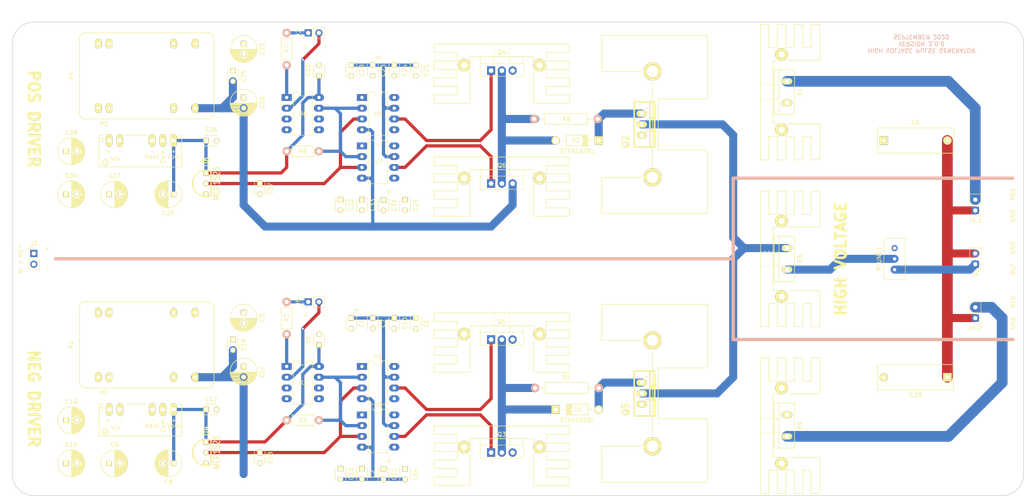
<source format=kicad_pcb>
(kicad_pcb (version 20211014) (generator pcbnew)
  (title_block (title "Pulse Generator, 500 V") (date "2020-09-04") (rev "2.0.0") (company "University of Wisconsin-Madison") (comment 1 "Blaise Thompson") (comment 2 "Garand Group") (comment 4 "Adapted from Nathan M. Hoffman"))
  (layers (0 "F.Cu" signal) (31 "B.Cu" signal) (34 "B.Paste" user) (35 "F.Paste" user) (36 "B.SilkS" user "B.Silkscreen") (37 "F.SilkS" user "F.Silkscreen") (38 "B.Mask" user) (39 "F.Mask" user) (44 "Edge.Cuts" user))
  (net 0 "")
  (net 1 "GND")
  (net 2 "Net-(D2-Pad1)")
  (net 3 "Net-(J4-Pad1)")
  (net 4 "Net-(Q2-Pad2)")
  (net 5 "Net-(R6-Pad1)")
  (net 6 "Net-(R7-Pad1)")
  (net 7 "Net-(R5-Pad1)")
  (net 8 "/sheet5F874D32/COM")
  (net 9 "/Sheet5F8C1FCD/COM")
  (net 10 "+VDC")
  (net 11 "-VDC")
  (net 12 "/sheet5F874D32/TTL-")
  (net 13 "/Sheet5F8C1FCD/TTL-")
  (net 14 "/Sheet5F8C1FCD/-15V")
  (net 15 "/Sheet5F8C1FCD/+15V")
  (net 16 "/Sheet5F8C1FCD/+2P5V")
  (net 17 "Net-(R2-Pad1)")
  (net 18 "/sheet5F874D32/-15V")
  (net 19 "/sheet5F874D32/+15V")
  (net 20 "/sheet5F874D32/+2P5V")
  (net 21 "/sheet5F874D32/TTL+")
  (net 22 "+24V")
  (net 23 "GNDPWR")
  (net 24 "/Sheet5F8C1FCD/TTL+")
  (net 25 "/sheet5F874D32/GATE")
  (net 26 "/Sheet5F8C1FCD/GATE")
  (net 27 "/Sheet5F8C1FCD/+5V")
  (net 28 "Net-(R3-Pad1)")
  (net 29 "/sheet5F874D32/+5V")
  (net 30 "Net-(Q1-Pad1)")
  (net 31 "Net-(Q3-Pad1)")
  (net 32 "Net-(Q4-Pad1)")
  (net 33 "Net-(Q6-Pad1)")
  (net 34 "Net-(D1-Pad2)")
  (footprint "hvhf:ECW-FA2J(10-68)4J" (layer "F.Cu") (at 226.06 48.26)
    (fp_text reference "C6")
    (fp_text value "0.22uF")
  )
  (footprint "hvhf:ECW-FA2J(10-68)4J" (layer "F.Cu") (at 241.06 104.14 180)
    (fp_text reference "C29")
    (fp_text value "0.22uF")
  )
  (footprint "Connector_PinHeader_2.54mm:PinHeader_1x02_P2.54mm_Vertical" (layer "F.Cu") (at 25.4 74.93)
    (fp_text reference "J3")
    (fp_text value "Pin1=24V Pin2=GND")
  )
  (footprint "Connector_PinHeader_2.54mm:PinHeader_1x02_P2.54mm_Vertical" (layer "F.Cu") (at 247.65 77.47 180)
    (fp_text reference "J4")
    (fp_text value "CONN_01X02")
  )
  (footprint "hvhf:Resistor_TO-220_Vertical" (layer "F.Cu") (at 203.2 36.83 90)
    (fp_text reference "R1")
    (fp_text value "50")
  )
  (footprint "hvhf:Resistor_TO-220_Vertical" (layer "F.Cu") (at 203.2 76.2 90)
    (fp_text reference "R5")
    (fp_text value "100")
  )
  (footprint "hvhf:Resistor_TO-220_Vertical" (layer "F.Cu") (at 203.2 115.57 90)
    (fp_text reference "R9")
    (fp_text value "50")
  )
  (footprint "User_Defined:Heatsink_Assmann_V5229x_32x14mm" (layer "F.Cu") (at 201.93 36.83 90)
    (fp_text reference "REF**" hide)
    (fp_text value "Heatsink_Assmann_V5229x_32x14mm")
  )
  (footprint "User_Defined:Heatsink_Assmann_V5229x_32x14mm" (layer "F.Cu") (at 201.93 115.57 90)
    (fp_text reference "REF**" hide)
    (fp_text value "Heatsink_Assmann_V5229x_32x14mm" hide)
  )
  (footprint "User_Defined:Heatsink_Assmann_V5229x_32x14mm" (layer "F.Cu") (at 135.89 93.98)
    (fp_text reference "REF**" hide)
    (fp_text value "Heatsink_Assmann_V5229x_32x14mm")
  )
  (footprint "User_Defined:Heatsink_Ohmite_R_Series-42x25mm" (layer "F.Cu") (at 171.45 107.95 -90)
    (fp_text reference "REF**" hide)
    (fp_text value "Heatsink_Ohmite_R_Series-42x25mm")
  )
  (footprint "MountingHole:MountingHole_3.2mm_M3" (layer "F.Cu") (at 254 127)
    (fp_text reference "REF**" hide)
    (fp_text value "MountingHole_3.2mm_M3" hide)
  )
  (footprint "Package_DIP:DIP-8_W7.62mm_LongPads" (layer "F.Cu") (at 102.87 101.6)
    (fp_text reference "U1")
    (fp_text value "LM7171")
  )
  (footprint "Package_DIP:DIP-8_W7.62mm_LongPads" (layer "F.Cu") (at 85.09 101.6)
    (fp_text reference "U2")
    (fp_text value "ICPL2631")
  )
  (footprint "Potentiometer_THT:Potentiometer_Bourns_3296W_Vertical" (layer "F.Cu") (at 228.6 73.66 90)
    (fp_text reference "RTUNE1")
    (fp_text value "200")
  )
  (footprint "hvhf:C_Tantalum_D3_P2.5" (layer "F.Cu") (at 100.33 90.17 -90)
    (fp_text reference "C4")
    (fp_text value "2.2uF" hide)
  )
  (footprint "hvhf:C_Tantalum_D3_P2.5" (layer "F.Cu") (at 107.95 125.77 -90)
    (fp_text reference "C12")
    (fp_text value "2.2uF" hide)
  )
  (footprint "hvhf:C_Disc_D3_P2.5" (layer "F.Cu") (at 66.04 111.76)
    (fp_text reference "C17")
    (fp_text value "0.1uF")
  )
  (footprint "hvhf:C_Disc_D3_P2.5" (layer "F.Cu") (at 113.03 125.77 -90)
    (fp_text reference "C14")
    (fp_text value "0.01uF")
  )
  (footprint "hvhf:C_Disc_D3_P2.5" (layer "F.Cu") (at 72.39 95.25 -90)
    (fp_text reference "C16")
    (fp_text value "0.01uF")
  )
  (footprint "hvhf:C_Disc_D3_P2.5" (layer "F.Cu") (at 92.71 96.52 90)
    (fp_text reference "C1")
    (fp_text value "0.1uF")
  )
  (footprint "hvhf:C_Disc_D3_P2.5" (layer "F.Cu") (at 97.79 125.73 -90)
    (fp_text reference "C13")
    (fp_text value "1uF")
  )
  (footprint "hvhf:C_Disc_D3_P2.5" (layer "F.Cu") (at 102.87 125.73 -90)
    (fp_text reference "C2")
    (fp_text value "0.01uF")
  )
  (footprint "hvhf:C_Disc_D3_P2.5" (layer "F.Cu") (at 115.57 90.21 -90)
    (fp_text reference "C5")
    (fp_text value "1uF")
  )
  (footprint "MountingHole:MountingHole_3.2mm_M3" (layer "F.Cu") (at 254 25.4)
    (fp_text reference "REF**" hide)
    (fp_text value "MountingHole_3.2mm_M3" hide)
  )
  (footprint "MountingHole:MountingHole_3.2mm_M3" (layer "F.Cu") (at 25.4 127)
    (fp_text reference "REF**" hide)
    (fp_text value "MountingHole_3.2mm_M3" hide)
  )
  (footprint "hvhf:C_Radial_D6.3_L11.2_P2.5" (layer "F.Cu") (at 74.93 88.9 -90)
    (fp_text reference "C3")
    (fp_text value "100uF")
  )
  (footprint "hvhf:C_Radial_D6.3_L11.2_P2.5" (layer "F.Cu") (at 58.42 124.46 180)
    (fp_text reference "C8")
    (fp_text value "100uF")
  )
  (footprint "hvhf:C_Radial_D6.3_L11.2_P2.5" (layer "F.Cu") (at 43.18 124.46)
    (fp_text reference "C9")
    (fp_text value "100uF")
  )
  (footprint "hvhf:C_Radial_D6.3_L11.2_P2.5" (layer "F.Cu") (at 74.93 101.6 -90)
    (fp_text reference "C11")
    (fp_text value "100uF")
  )
  (footprint "hvhf:C_Radial_D6.3_L11.2_P2.5" (layer "F.Cu") (at 33.02 124.46)
    (fp_text reference "C15")
    (fp_text value "100uF")
  )
  (footprint "hvhf:C_Disc_D3_P2.5" (layer "F.Cu") (at 78.74 121.92 -90)
    (fp_text reference "C18")
    (fp_text value "10uF")
  )
  (footprint "hvhf:C_Radial_D6.3_L11.2_P2.5" (layer "F.Cu") (at 33.02 114.3)
    (fp_text reference "C19")
    (fp_text value "100uF")
  )
  (footprint "hvhf:Resistor_Horizontal_RM7mm" (layer "F.Cu") (at 92.71 114.3 180)
    (fp_text reference "R2")
    (fp_text value "365")
  )
  (footprint "hvhf:Resistor_Horizontal_RM7mm" (layer "F.Cu") (at 85.09 93.98 90)
    (fp_text reference "R3")
    (fp_text value "365")
  )
  (footprint "hvhf:TO92-MCP1525" (layer "F.Cu") (at 66.04 121.92 90)
    (fp_text reference "U4")
    (fp_text value "MCP1525")
  )
  (footprint "hvhf:TO92-MCP1525" (layer "F.Cu") (at 66.04 58.42 90)
    (fp_text reference "U8")
    (fp_text value "MCP1525")
  )
  (footprint "hvhf:FQP4N20L" (layer "F.Cu") (at 168.91 107.95 -90)
    (fp_text reference "Q5")
    (fp_text value "FQP13N50" hide)
  )
  (footprint "hvhf:FQP3P20" (layer "F.Cu") (at 168.91 44.45 -90)
    (fp_text reference "Q2")
    (fp_text value "FQP3P50" hide)
  )
  (footprint "User_Defined:Heatsink_Ohmite_R_Series-42x25mm" (layer "F.Cu") (at 171.45 44.45 -90)
    (fp_text reference "REF**" hide)
    (fp_text value "Heatsink_Ohmite_R_Series-42x25mm")
  )
  (footprint "hvhf:C_Disc_D3_P2.5" (layer "F.Cu") (at 66.04 48.3)
    (fp_text reference "C36")
    (fp_text value "0.1uF")
  )
  (footprint "hvhf:DCDC-Conv_CUI_PEM2_DUAL" (layer "F.Cu") (at 43.18 111.76)
    (fp_text reference "P1")
    (fp_text value "PEM2-S24-S5-S")
  )
  (footprint "Connector_PinHeader_2.54mm:PinHeader_1x02_P2.54mm_Vertical" (layer "F.Cu") (at 90.17 86.36 90)
    (fp_text reference "J5")
    (fp_text value "Pin1=TTL Pin2=GND")
  )
  (footprint "User_Defined:Heatsink_Assmann_V5229x_32x14mm" (layer "F.Cu") (at 201.93 76.2 90)
    (fp_text reference "REF**" hide)
    (fp_text value "Heatsink_Assmann_V5229x_32x14mm")
  )
  (footprint "Package_DIP:DIP-8_W7.62mm_LongPads" (layer "F.Cu") (at 102.87 113.03)
    (fp_text reference "U3")
    (fp_text value "LM7171")
  )
  (footprint "hvhf:JCJ0824D15" (layer "F.Cu") (at 50.8 96.52 90)
    (fp_text reference "P2")
    (fp_text value "JCJ0824D15" hide)
  )
  (footprint "hvhf:C_Disc_D3_P2.5" (layer "F.Cu") (at 105.41 90.17 -90)
    (fp_text reference "C7")
    (fp_text value "0.01uF")
  )
  (footprint "hvhf:C_Disc_D3_P2.5" (layer "F.Cu") (at 110.49 90.17 -90)
    (fp_text reference "C10")
    (fp_text value "0.01uF")
  )
  (footprint "Package_TO_SOT_THT:TO-220-3_Vertical" (layer "F.Cu") (at 133.35 95.25)
    (fp_text reference "Q1")
    (fp_text value "IRF9610PBF")
  )
  (footprint "Package_TO_SOT_THT:TO-220-3_Vertical" (layer "F.Cu") (at 133.35 121.92)
    (fp_text reference "Q3")
    (fp_text value "IRF710PBF")
  )
  (footprint "hvhf:Diode_DO-41_SOD81_Horizontal_RM10" (layer "F.Cu") (at 148.59 111.76254)
    (fp_text reference "D1")
    (fp_text value "STTH102RL")
  )
  (footprint "hvhf:Resistor_Horizontal_RM15mm" (layer "F.Cu") (at 158.75 106.68 180)
    (fp_text reference "R4")
    (fp_text value "5.1")
  )
  (footprint "Connector_PinHeader_2.54mm:PinHeader_1x02_P2.54mm_Vertical" (layer "F.Cu") (at 247.65 90.17 180)
    (fp_text reference "J1.2")
    (fp_text value "Pin1=24V Pin2=GND")
  )
  (footprint "Connector_PinHeader_2.54mm:PinHeader_1x02_P2.54mm_Vertical" (layer "F.Cu") (at 247.65 64.77 180)
    (fp_text reference "J1.1")
    (fp_text value "Pin1=24V Pin2=GND")
  )
  (footprint "hvhf:C_Disc_D3_P2.5" (layer "F.Cu") (at 92.71 32.98 90)
    (fp_text reference "C20")
    (fp_text value "0.1uF")
  )
  (footprint "hvhf:C_Disc_D3_P2.5" (layer "F.Cu") (at 113.03 62.23 -90)
    (fp_text reference "C21")
    (fp_text value "0.01uF")
  )
  (footprint "hvhf:C_Tantalum_D3_P2.5" (layer "F.Cu") (at 105.41 30.48 -90)
    (fp_text reference "C23")
    (fp_text value "2.2uF" hide)
  )
  (footprint "hvhf:C_Disc_D3_P2.5" (layer "F.Cu") (at 110.49 30.48 -90)
    (fp_text reference "C24")
    (fp_text value "1uF")
  )
  (footprint "hvhf:C_Disc_D3_P2.5" (layer "F.Cu") (at 115.57 30.48 -90)
    (fp_text reference "C25")
    (fp_text value "0.01uF")
  )
  (footprint "hvhf:C_Disc_D3_P2.5" (layer "F.Cu") (at 100.33 30.48 -90)
    (fp_text reference "C28")
    (fp_text value "0.01uF")
  )
  (footprint "Connector_PinHeader_2.54mm:PinHeader_1x02_P2.54mm_Vertical" (layer "F.Cu") (at 90.17 22.86 90)
    (fp_text reference "J2")
    (fp_text value "Pin1=TTL Pin2=GND")
  )
  (footprint "hvhf:C_Radial_D6.3_L11.2_P2.5" (layer "F.Cu") (at 33.02 60.96)
    (fp_text reference "C34")
    (fp_text value "100uF")
  )
  (footprint "Package_TO_SOT_THT:TO-220-3_Vertical" (layer "F.Cu") (at 133.35 31.75)
    (fp_text reference "Q4")
    (fp_text value "IRF9610PBF")
  )
  (footprint "hvhf:C_Disc_D3_P2.5" (layer "F.Cu") (at 78.74 58.42 -90)
    (fp_text reference "C37")
    (fp_text value "10uF")
  )
  (footprint "hvhf:C_Radial_D6.3_L11.2_P2.5" (layer "F.Cu") (at 74.93 38.1 -90)
    (fp_text reference "C30")
    (fp_text value "100uF")
  )
  (footprint "hvhf:C_Disc_D3_P2.5" (layer "F.Cu") (at 102.87 62.23 -90)
    (fp_text reference "C33")
    (fp_text value "0.01uF")
  )
  (footprint "hvhf:C_Disc_D3_P2.5" (layer "F.Cu") (at 72.39 31.79 -90)
    (fp_text reference "C35")
    (fp_text value "0.01uF")
  )
  (footprint "hvhf:Resistor_Horizontal_RM7mm" (layer "F.Cu") (at 85.09 30.48 90)
    (fp_text reference "R7")
    (fp_text value "365")
  )
  (footprint "User_Defined:Heatsink_Assmann_V5229x_32x14mm" (layer "F.Cu") (at 135.89 30.48)
    (fp_text reference "REF**" hide)
    (fp_text value "Heatsink_Assmann_V5229x_32x14mm")
  )
  (footprint "User_Defined:Heatsink_Assmann_V5229x_32x14mm" (layer "F.Cu") (at 135.89 57.15)
    (fp_text reference "REF**" hide)
    (fp_text value "Heatsink_Assmann_V5229x_32x14mm")
  )
  (footprint "Package_DIP:DIP-8_W7.62mm_LongPads" (layer "F.Cu") (at 102.87 38.1)
    (fp_text reference "U5")
    (fp_text value "LM7171")
  )
  (footprint "Package_DIP:DIP-8_W7.62mm_LongPads" (layer "F.Cu") (at 102.87 49.53)
    (fp_text reference "U7")
    (fp_text value "LM7171")
  )
  (footprint "Package_TO_SOT_THT:TO-220-3_Vertical" (layer "F.Cu") (at 133.35 58.42)
    (fp_text reference "Q6")
    (fp_text value "IRF710PBF")
  )
  (footprint "hvhf:DCDC-Conv_CUI_PEM2_DUAL" (layer "F.Cu") (at 43.16984 48.26)
    (fp_text reference "P3")
    (fp_text value "PEM2-S24-S5-S")
  )
  (footprint "hvhf:Resistor_Horizontal_RM7mm" (layer "F.Cu") (at 92.71 50.8 180)
    (fp_text reference "R6")
    (fp_text value "365")
  )
  (footprint "hvhf:C_Radial_D6.3_L11.2_P2.5" (layer "F.Cu") (at 33.02 50.8)
    (fp_text reference "C38")
    (fp_text value "100uF")
  )
  (footprint "Package_DIP:DIP-8_W7.62mm_LongPads" (layer "F.Cu") (at 85.09 38.1)
    (fp_text reference "U6")
    (fp_text value "ICPL2631")
  )
  (footprint "hvhf:C_Radial_D6.3_L11.2_P2.5" (layer "F.Cu") (at 58.42 60.96 180)
    (fp_text reference "C26")
    (fp_text value "100uF")
  )
  (footprint "hvhf:JCJ0824D15" (layer "F.Cu") (at 50.8 33.02 90)
    (fp_text reference "P4")
    (fp_text value "JCJ0824D15" hide)
  )
  (footprint "hvhf:C_Tantalum_D3_P2.5" (layer "F.Cu") (at 107.95 62.27 -90)
    (fp_text reference "C31")
    (fp_text value "2.2uF" hide)
  )
  (footprint "hvhf:C_Disc_D3_P2.5" (layer "F.Cu") (at 97.79 62.23 -90)
    (fp_text reference "C32")
    (fp_text value "1uF")
  )
  (footprint "hvhf:C_Radial_D6.3_L11.2_P2.5" (layer "F.Cu") (at 74.93 25.4 -90)
    (fp_text reference "C22")
    (fp_text value "100uF")
  )
  (footprint "hvhf:C_Radial_D6.3_L11.2_P2.5" (layer "F.Cu") (at 43.18 60.96)
    (fp_text reference "C27")
    (fp_text value "100uF")
  )
  (footprint "hvhf:Resistor_Horizontal_RM15mm" (layer "F.Cu") (at 143.51 43.18)
    (fp_text reference "R8")
    (fp_text value "5.1")
  )
  (footprint "hvhf:Diode_DO-41_SOD81_Horizontal_RM10" (layer "F.Cu") (at 158.75 48.26 180)
    (fp_text reference "D2")
    (fp_text value "STTH102RL")
  )
  (footprint "MountingHole:MountingHole_3.2mm_M3" (layer "F.Cu") (at 25.4 25.4)
    (fp_text reference "REF**" hide)
    (fp_text value "MountingHole_3.2mm_M3" hide)
  )
  (footprint "User_Defined:Heatsink_Assmann_V5229x_32x14mm" (layer "F.Cu") (at 135.89 120.65)
    (fp_text reference "REF**" hide)
    (fp_text value "Heatsink_Assmann_V5229x_32x14mm")
  )
  (gr_line (start 190.5 95.25) (end 256.54 95.25) (layer "B.SilkS") (width 0.762))
  (gr_line (start 190.5 57.15) (end 256.54 57.15) (layer "B.SilkS") (width 0.762))
  (gr_line (start 190.5 76.2) (end 190.5 95.25) (layer "B.SilkS") (width 0.762))
  (gr_line (start 190.5 57.15) (end 190.5 76.2) (layer "B.SilkS") (width 0.762))
  (gr_line (start 190.5 76.2) (end 30.48 76.2) (layer "B.SilkS") (width 0.762))
  (gr_line (start 190.5 95.25) (end 190.5 76.2) (layer "F.SilkS") (width 0.762))
  (gr_line (start 190.5 76.2) (end 190.5 57.15) (layer "F.SilkS") (width 0.762))
  (gr_line (start 190.5 76.2) (end 30.48 76.2) (layer "F.SilkS") (width 0.762))
  (gr_line (start 190.5 57.15) (end 256.54 57.15) (layer "F.SilkS") (width 0.762))
  (gr_line (start 190.5 95.25) (end 256.54 95.25) (layer "F.SilkS") (width 0.762))
  (gr_line (start 254 132.08) (end 25.4 132.08) (layer "Edge.Cuts") (width 0.15))
  (gr_arc (start 259.08 127) (mid 257.592102 130.592102) (end 254 132.08) (layer "Edge.Cuts") (width 0.15))
  (gr_arc (start 20.32 25.4) (mid 21.807898 21.807898) (end 25.4 20.32) (layer "Edge.Cuts") (width 0.15))
  (gr_line (start 259.08 25.4) (end 259.08 127) (layer "Edge.Cuts") (width 0.15))
  (gr_arc (start 25.4 132.08) (mid 21.807898 130.592102) (end 20.32 127) (layer "Edge.Cuts") (width 0.15))
  (gr_line (start 20.32 127) (end 20.32 25.4) (layer "Edge.Cuts") (width 0.15))
  (gr_line (start 254 20.32) (end 25.4 20.32) (layer "Edge.Cuts") (width 0.15))
  (gr_arc (start 254 20.32) (mid 257.592102 21.807898) (end 259.08 25.4) (layer "Edge.Cuts") (width 0.15))
  (gr_text "HIGH VOLTAGE PULSE GENERATOR\nVERSION 2.0.0\nSEPTEMBER 2020" (at 234.95 25.4 180) (layer "B.SilkS") (effects (font (size 1 1)) (justify mirror)))
  (gr_text "POS DRIVER" (at 25.4 43.18 270) (layer "F.SilkS") (effects (font (size 2.54 2.54) (thickness 0.635))))
  (gr_text "-" (at 28.575 78.105 90) (layer "F.SilkS") (effects (font (size 1 1)) (justify mirror)))
  (gr_text "+" (at 89.535 89.535) (layer "F.SilkS") (effects (font (size 1 1)) (justify mirror)))
  (gr_text "-" (at 93.98 89.535) (layer "F.SilkS") (effects (font (size 1 1)) (justify mirror)))
  (gr_text "GND" (at 256.54 73.66 90) (layer "F.SilkS") (effects (font (size 1 1))))
  (gr_text "HIGH VOLTAGE" (at 215.9 76.2 90) (layer "F.SilkS") (effects (font (size 2.54 2.54) (thickness 0.635))))
  (gr_text "NEG" (at 256.54 86.36 90) (layer "F.SilkS") (effects (font (size 1 1))))
  (gr_text "POS" (at 256.54 60.96 90) (layer "F.SilkS") (effects (font (size 1 1))))
  (gr_text "+" (at 89.535 26.035) (layer "F.SilkS") (effects (font (size 1 1)) (justify mirror)))
  (gr_text "-" (at 93.98 26.035) (layer "F.SilkS") (effects (font (size 1 1)) (justify mirror)))
  (gr_text "+24 V IN" (at 22.225 76.2 270) (layer "F.SilkS") (effects (font (size 1 1))))
  (gr_text "GND" (at 256.54 91.44 90) (layer "F.SilkS") (effects (font (size 1 1))))
  (gr_text "OUT" (at 256.54 78.74 90) (layer "F.SilkS") (effects (font (size 1 1))))
  (gr_text "GND" (at 256.54 66.04 90) (layer "F.SilkS") (effects (font (size 1 1))))
  (gr_text "NEG DRIVER" (at 25.4 109.22 270) (layer "F.SilkS") (effects (font (size 2.54 2.54) (thickness 0.635))))
  (gr_text "+" (at 28.575 73.66) (layer "F.SilkS") (effects (font (size 1 1)) (justify mirror)))
  (segment (start 241.06 66.28) (end 241.3 66.04) (width 0.762) (layer "F.Cu") (net 1))
  (segment (start 241.06 65.01) (end 241.3 64.77) (width 0.762) (layer "F.Cu") (net 1))
  (segment (start 241.3 64.77) (end 247.65 64.77) (width 1.905) (layer "F.Cu") (net 1))
  (segment (start 241.06 66.28) (end 241.06 73.9) (width 2.54) (layer "F.Cu") (net 1))
  (segment (start 241.06 65.01) (end 241.06 66.28) (width 2.54) (layer "F.Cu") (net 1))
  (segment (start 247.65 74.93) (end 242.09 74.93) (width 1.905) (layer "F.Cu") (net 1))
  (segment (start 241.06 73.9) (end 241.06 90.41) (width 2.54) (layer "F.Cu") (net 1))
  (segment (start 242.09 74.93) (end 241.06 73.9) (width 0.762) (layer "F.Cu") (net 1))
  (segment (start 241.06 90.41) (end 241.06 104.14) (width 2.54) (layer "F.Cu") (net 1))
  (segment (start 241.06 90.41) (end 241.3 90.17) (width 0.762) (layer "F.Cu") (net 1))
  (segment (start 241.3 90.17) (end 247.65 90.17) (width 1.905) (layer "F.Cu") (net 1))
  (segment (start 241.06 48.26) (end 241.06 65.01) (width 2.54) (layer "F.Cu") (net 1))
  (segment (start 160.02 41.91) (end 158.75 43.18) (width 1.905) (layer "B.Cu") (net 2))
  (segment (start 168.91 41.91) (end 160.02 41.91) (width 1.905) (layer "B.Cu") (net 2))
  (segment (start 158.75 43.18) (end 158.75 48.25746) (width 1.905) (layer "B.Cu") (net 2))
  (segment (start 228.6 78.74) (end 246.38 78.74) (width 1.905) (layer "B.Cu") (net 3))
  (segment (start 246.38 78.74) (end 247.65 77.47) (width 1.905) (layer "B.Cu") (net 3))
  (segment (start 190.5 46.99) (end 190.5 71.12) (width 1.905) (layer "B.Cu") (net 4))
  (segment (start 186.69 107.95) (end 168.91 107.95) (width 1.905) (layer "B.Cu") (net 4))
  (segment (start 203.2 73.66) (end 193.04 73.66) (width 1.905) (layer "B.Cu") (net 4))
  (segment (start 190.5 104.14) (end 190.5 76.2) (width 1.905) (layer "B.Cu") (net 4))
  (segment (start 168.91 44.45) (end 187.96 44.45) (width 1.905) (layer "B.Cu") (net 4))
  (segment (start 186.69 107.95) (end 190.5 104.14) (width 1.905) (layer "B.Cu") (net 4))
  (segment (start 193.04 73.66) (end 190.5 76.2) (width 1.905) (layer "B.Cu") (net 4))
  (segment (start 187.96 44.45) (end 190.5 46.99) (width 1.905) (layer "B.Cu") (net 4))
  (segment (start 193.04 73.66) (end 190.5 71.12) (width 1.905) (layer "B.Cu") (net 4))
  (segment (start 99.06 52.07) (end 102.87 52.07) (width 0.762) (layer "B.Cu") (net 5))
  (segment (start 97.79 50.8) (end 99.06 52.07) (width 0.762) (layer "B.Cu") (net 5))
  (segment (start 96.52 40.64) (end 102.87 40.64) (width 0.762) (layer "B.Cu") (net 5))
  (segment (start 92.71 40.64) (end 96.52 40.64) (width 0.762) (layer "B.Cu") (net 5))
  (segment (start 96.52 40.64) (end 97.79 41.91) (width 0.762) (layer "B.Cu") (net 5))
  (segment (start 97.79 50.8) (end 92.71 50.8) (width 0.762) (layer "B.Cu") (net 5))
  (segment (start 97.79 41.91) (end 97.79 50.8) (width 0.762) (layer "B.Cu") (net 5))
  (segment (start 85.09 30.48) (end 85.09 38.1) (width 0.762) (layer "B.Cu") (net 6))
  (segment (start 215.9 76.2) (end 228.6 76.2) (width 1.905) (layer "B.Cu") (net 7))
  (segment (start 213.36 78.74) (end 215.9 76.2) (width 1.905) (layer "B.Cu") (net 7))
  (segment (start 203.2 78.74) (end 213.36 78.74) (width 1.905) (layer "B.Cu") (net 7))
  (segment (start 247.65 40.64) (end 247.65 62.23) (width 2.54) (layer "B.Cu") (net 10))
  (segment (start 203.2 34.29) (end 241.3 34.29) (width 2.54) (layer "B.Cu") (net 10))
  (segment (start 241.3 34.29) (end 247.65 40.64) (width 2.54) (layer "B.Cu") (net 10))
  (segment (start 203.2 118.11) (end 241.3 118.11) (width 2.54) (layer "B.Cu") (net 11))
  (segment (start 254 90.17) (end 251.46 87.63) (width 2.54) (layer "B.Cu") (net 11))
  (segment (start 251.46 87.63) (end 247.65 87.63) (width 2.54) (layer "B.Cu") (net 11))
  (segment (start 241.3 118.11) (end 254 105.41) (width 2.54) (layer "B.Cu") (net 11))
  (segment (start 254 105.41) (end 254 90.17) (width 2.54) (layer "B.Cu") (net 11))
  (segment (start 92.71 25.4) (end 92.71 22.86) (width 0.762) (layer "F.Cu") (net 12))
  (segment (start 88.9 29.21) (end 92.71 25.4) (width 0.762) (layer "F.Cu") (net 12))
  (via (at 88.9 29.21) (size 0.6) (drill 0.4) (layers "F.Cu" "B.Cu") (net 12))
  (segment (start 88.9 29.21) (end 88.9 37.661602) (width 0.762) (layer "B.Cu") (net 12))
  (segment (start 88.9 37.661602) (end 85.921602 40.64) (width 0.762) (layer "B.Cu") (net 12))
  (segment (start 85.921602 40.64) (end 85.09 40.64) (width 0.762) (layer "B.Cu") (net 12))
  (segment (start 88.9 92.71) (end 92.71 88.9) (width 0.762) (layer "F.Cu") (net 13))
  (segment (start 92.71 88.9) (end 92.71 86.36) (width 0.762) (layer "F.Cu") (net 13))
  (via (at 88.9 92.71) (size 0.6) (drill 0.4) (layers "F.Cu" "B.Cu") (net 13))
  (segment (start 86.36 104.14) (end 88.9 101.6) (width 0.762) (layer "B.Cu") (net 13))
  (segment (start 85.09 104.14) (end 86.36 104.14) (width 0.762) (layer "B.Cu") (net 13))
  (segment (start 88.9 101.6) (end 88.9 92.71) (width 0.762) (layer "B.Cu") (net 13))
  (segment (start 63.5 104.14) (end 69.85 104.14) (width 1.905) (layer "B.Cu") (net 14))
  (segment (start 104.832 120.65) (end 102.87 120.65) (width 0.762) (layer "B.Cu") (net 14))
  (segment (start 105.45 109.838) (end 104.832 109.22) (width 0.762) (layer "B.Cu") (net 14))
  (segment (start 74.89 104.14) (end 74.93 104.1) (width 0.762) (layer "B.Cu") (net 14))
  (segment (start 105.45 128.23) (end 105.45 121.268) (width 0.762) (layer "B.Cu") (net 14))
  (segment (start 72.39 101.6) (end 69.85 104.14) (width 1.905) (layer "B.Cu") (net 14))
  (segment (start 105.45 121.268) (end 105.45 109.838) (width 0.762) (layer "B.Cu") (net 14))
  (segment (start 105.45 128.23) (end 112.99 128.23) (width 0.762) (layer "B.Cu") (net 14))
  (segment (start 72.39 97.75) (end 72.39 101.6) (width 1.905) (layer "B.Cu") (net 14))
  (segment (start 105.45 121.268) (end 104.832 120.65) (width 0.762) (layer "B.Cu") (net 14))
  (segment (start 97.79 128.23) (end 105.45 128.23) (width 0.762) (layer "B.Cu") (net 14))
  (segment (start 69.85 104.14) (end 72.39 104.14) (width 1.905) (layer "B.Cu") (net 14))
  (segment (start 72.39 104.14) (end 74.89 104.14) (width 1.905) (layer "B.Cu") (net 14))
  (segment (start 112.99 128.23) (end 113.03 128.27) (width 0.762) (layer "B.Cu") (net 14))
  (segment (start 104.832 109.22) (end 102.87 109.22) (width 0.762) (layer "B.Cu") (net 14))
  (segment (start 74.93 104.1) (end 74.93 127) (width 1.905) (layer "B.Cu") (net 14))
  (segment (start 112.99 90.17) (end 113.03 90.21) (width 0.762) (layer "B.Cu") (net 15))
  (segment (start 107.95 90.17) (end 107.95 102.87) (width 0.762) (layer "B.Cu") (net 15))
  (segment (start 108.528 115.57) (end 110.49 115.57) (width 0.762) (layer "B.Cu") (net 15))
  (segment (start 107.95 102.87) (end 107.95 103.562) (width 0.762) (layer "B.Cu") (net 15))
  (segment (start 107.95 102.87) (end 107.95 114.992) (width 0.762) (layer "B.Cu") (net 15))
  (segment (start 108.528 104.14) (end 110.49 104.14) (width 0.762) (layer "B.Cu") (net 15))
  (segment (start 107.95 103.562) (end 108.528 104.14) (width 0.762) (layer "B.Cu") (net 15))
  (segment (start 107.95 90.17) (end 115.53 90.17) (width 0.762) (layer "B.Cu") (net 15))
  (segment (start 100.33 90.17) (end 107.95 90.17) (width 0.762) (layer "B.Cu") (net 15))
  (segment (start 107.95 114.992) (end 108.528 115.57) (width 0.762) (layer "B.Cu") (net 15))
  (segment (start 97.79 109.798) (end 100.908 106.68) (width 0.762) (layer "F.Cu") (net 16))
  (segment (start 97.79 118.11) (end 97.79 109.798) (width 0.762) (layer "F.Cu") (net 16))
  (segment (start 93.98 121.92) (end 97.79 118.11) (width 0.762) (layer "F.Cu") (net 16))
  (segment (start 97.79 118.11) (end 102.87 118.11) (width 0.762) (layer "F.Cu") (net 16))
  (segment (start 66.04 121.92) (end 78.74 121.92) (width 0.762) (layer "F.Cu") (net 16))
  (segment (start 78.74 121.92) (end 93.98 121.92) (width 0.762) (layer "F.Cu") (net 16))
  (segment (start 100.908 106.68) (end 102.87 106.68) (width 0.762) (layer "F.Cu") (net 16))
  (segment (start 92.71 104.14) (end 96.52 104.14) (width 0.762) (layer "B.Cu") (net 17))
  (segment (start 92.71 114.3) (end 97.79 114.3) (width 0.762) (layer "B.Cu") (net 17))
  (segment (start 97.79 114.3) (end 99.06 115.57) (width 0.762) (layer "B.Cu") (net 17))
  (segment (start 96.52 104.14) (end 102.87 104.14) (width 0.762) (layer "B.Cu") (net 17))
  (segment (start 96.52 104.14) (end 97.79 105.41) (width 0.762) (layer "B.Cu") (net 17))
  (segment (start 99.06 115.57) (end 102.87 115.57) (width 0.762) (layer "B.Cu") (net 17))
  (segment (start 97.79 105.41) (end 97.79 114.3) (width 0.762) (layer "B.Cu") (net 17))
  (segment (start 138.43 58.42) (end 138.43 63.5) (width 1.905) (layer "B.Cu") (net 18))
  (segment (start 102.87 57.15) (end 104.832 57.15) (width 0.762) (layer "B.Cu") (net 18))
  (segment (start 104.832 57.15) (end 105.41 57.728) (width 0.762) (layer "B.Cu") (net 18))
  (segment (start 105.37 64.73) (end 105.37 46.258) (width 0.762) (layer "B.Cu") (net 18))
  (segment (start 105.37 46.258) (end 104.832 45.72) (width 0.762) (layer "B.Cu") (net 18))
  (segment (start 104.832 45.72) (end 102.87 45.72) (width 0.762) (layer "B.Cu") (net 18))
  (segment (start 74.93 40.6) (end 74.93 63.5) (width 1.905) (layer "B.Cu") (net 18))
  (segment (start 74.93 63.5) (end 80.01 68.58) (width 1.905) (layer "B.Cu") (net 18))
  (segment (start 133.35 68.58) (end 105.41 68.58) (width 1.905) (layer "B.Cu") (net 18))
  (segment (start 138.43 63.5) (end 133.35 68.58) (width 1.905) (layer "B.Cu") (net 18))
  (segment (start 105.45 64.73) (end 105.41 64.77) (width 0.762) (layer "B.Cu") (net 18))
  (segment (start 105.41 68.58) (end 105.41 64.77) (width 0.762) (layer "B.Cu") (net 18))
  (segment (start 105.37 64.73) (end 105.41 64.77) (width 0.762) (layer "B.Cu") (net 18))
  (segment (start 63.5 40.64) (end 69.85 40.64) (width 1.905) (layer "B.Cu") (net 18))
  (segment (start 72.39 34.29) (end 72.39 38.1) (width 1.905) (layer "B.Cu") (net 18))
  (segment (start 69.85 40.64) (end 72.39 40.64) (width 1.905) (layer "B.Cu") (net 18))
  (segment (start 72.39 38.1) (end 69.85 40.64) (width 1.905) (layer "B.Cu") (net 18))
  (segment (start 72.39 40.64) (end 74.89 40.64) (width 1.905) (layer "B.Cu") (net 18))
  (segment (start 105.41 68.58) (end 100.33 68.58) (width 1.905) (layer "B.Cu") (net 18))
  (segment (start 80.01 68.58) (end 100.33 68.58) (width 1.905) (layer "B.Cu") (net 18))
  (segment (start 74.89 40.64) (end 74.93 40.6) (width 0.762) (layer "B.Cu") (net 18))
  (segment (start 100.33 30.48) (end 107.95 30.48) (width 0.762) (layer "B.Cu") (net 19))
  (segment (start 107.95 30.48) (end 115.57 30.48) (width 0.762) (layer "B.Cu") (net 19))
  (segment (start 107.95 33.02) (end 107.95 30.48) (width 0.762) (layer "B.Cu") (net 19))
  (segment (start 107.95 33.02) (end 107.95 38.1) (width 0.762) (layer "B.Cu") (net 19))
  (segment (start 107.95 40.062) (end 107.95 38.1) (width 0.762) (layer "B.Cu") (net 19))
  (segment (start 107.95 38.1) (end 107.95 51.492) (width 0.762) (layer "B.Cu") (net 19))
  (segment (start 110.49 40.64) (end 108.528 40.64) (width 0.762) (layer "B.Cu") (net 19))
  (segment (start 108.528 40.64) (end 107.95 40.062) (width 0.762) (layer "B.Cu") (net 19))
  (segment (start 107.95 51.492) (end 108.528 52.07) (width 0.762) (layer "B.Cu") (net 19))
  (segment (start 108.528 52.07) (end 110.49 52.07) (width 0.762) (layer "B.Cu") (net 19))
  (segment (start 97.79 54.61) (end 97.79 46.298) (width 0.762) (layer "F.Cu") (net 20))
  (segment (start 97.79 46.298) (end 100.908 43.18) (width 0.762) (layer "F.Cu") (net 20))
  (segment (start 100.908 43.18) (end 102.87 43.18) (width 0.762) (layer "F.Cu") (net 20))
  (segment (start 93.98 58.42) (end 97.79 54.61) (width 0.762) (layer "F.Cu") (net 20))
  (segment (start 97.79 54.61) (end 102.87 54.61) (width 0.762) (layer "F.Cu") (net 20))
  (segment (start 78.74 58.42) (end 93.98 58.42) (width 0.762) (layer "F.Cu") (net 20))
  (segment (start 66.04 58.42) (end 78.74 58.42) (width 0.762) (layer "F.Cu") (net 20))
  (segment (start 85.09 22.86) (end 90.17 22.86) (width 0.762) (layer "B.Cu") (net 21))
  (segment (start 45.72 60.92) (end 45.68 60.96) (width 0.762) (layer "B.Cu") (net 23))
  (segment (start 90.17 86.36) (end 85.09 86.36) (width 0.762) (layer "B.Cu") (net 24))
  (segment (start 135.89 43.18) (end 135.89 31.75) (width 1.905) (layer "B.Cu") (net 25))
  (segment (start 135.89 43.18) (end 135.89 48.26) (width 1.905) (layer "B.Cu") (net 25))
  (segment (start 135.89 48.26) (end 135.89 58.42) (width 1.905) (layer "B.Cu") (net 25))
  (segment (start 148.59 48.25746) (end 135.89254 48.25746) (width 1.905) (layer "B.Cu") (net 25))
  (segment (start 135.89254 48.25746) (end 135.89 48.26) (width 0.762) (layer "B.Cu") (net 25))
  (segment (start 143.75 43.18) (end 135.89 43.18) (width 1.905) (layer "B.Cu") (net 25))
  (segment (start 135.89 95.25) (end 135.89 106.68) (width 1.905) (layer "B.Cu") (net 26))
  (segment (start 148.59 111.75746) (end 135.89254 111.75746) (width 1.905) (layer "B.Cu") (net 26))
  (segment (start 135.89 106.68) (end 135.89 111.76) (width 1.905) (layer "B.Cu") (net 26))
  (segment (start 135.89 111.76) (end 135.89 121.92) (width 1.905) (layer "B.Cu") (net 26))
  (segment (start 143.75 106.68) (end 135.89 106.68) (width 1.905) (layer "B.Cu") (net 26))
  (segment (start 135.89254 111.75746) (end 135.89 111.76) (width 0.762) (layer "B.Cu") (net 26))
  (segment (start 66.04 119.4181) (end 79.9719 119.4181) (width 0.762) (layer "F.Cu") (net 27))
  (segment (start 79.9719 119.4181) (end 85.09 114.3) (width 0.762) (layer "F.Cu") (net 27))
  (segment (start 85.09 114.3) (end 88.9 110.49) (width 0.762) (layer "B.Cu") (net 27))
  (segment (start 92.71 96.52) (end 92.71 101.6) (width 0.762) (layer "B.Cu") (net 27))
  (segment (start 90.748 101.6) (end 92.71 101.6) (width 0.762) (layer "B.Cu") (net 27))
  (segment (start 58.42 111.76) (end 58.42 124.46) (width 0.762) (layer "B.Cu") (net 27))
  (segment (start 66.04 111.76) (end 66.04 119.4181) (width 0.762) (layer "B.Cu") (net 27))
  (segment (start 58.42 111.76) (end 66.04 111.76) (width 0.762) (layer "B.Cu") (net 27))
  (segment (start 88.9 103.448) (end 90.748 101.6) (width 0.762) (layer "B.Cu") (net 27))
  (segment (start 88.9 110.49) (end 88.9 103.448) (width 0.762) (layer "B.Cu") (net 27))
  (segment (start 85.09 93.98) (end 85.09 101.6) (width 0.762) (layer "B.Cu") (net 28))
  (segment (start 83.7819 55.9181) (end 85.09 54.61) (width 0.762) (layer "F.Cu") (net 29))
  (segment (start 85.09 54.61) (end 85.09 50.8) (width 0.762) (layer "F.Cu") (net 29))
  (segment (start 66.04 55.9181) (end 83.7819 55.9181) (width 0.762) (layer "F.Cu") (net 29))
  (segment (start 92.71 32.98) (end 92.71 38.1) (width 0.762) (layer "B.Cu") (net 29))
  (segment (start 58.40984 48.26) (end 58.40984 60.94984) (width 0.762) (layer "B.Cu") (net 29))
  (segment (start 85.09 50.8) (end 88.9 46.99) (width 0.762) (layer "B.Cu") (net 29))
  (segment (start 88.9 46.99) (end 88.9 39.37) (width 0.762) (layer "B.Cu") (net 29))
  (segment (start 88.9 39.37) (end 90.17 38.1) (width 0.762) (layer "B.Cu") (net 29))
  (segment (start 90.17 38.1) (end 92.71 38.1) (width 0.762) (layer "B.Cu") (net 29))
  (segment (start 66.04 55.9181) (end 66.04 48.3) (width 0.762) (layer "B.Cu") (net 29))
  (segment (start 58.40984 48.26) (end 66 48.26) (width 0.762) (layer "B.Cu") (net 29))
  (segment (start 66 48.26) (end 66.04 48.3) (width 0.762) (layer "B.Cu") (net 29))
  (segment (start 58.40984 60.94984) (end 58.42 60.96) (width 0.762) (layer "B.Cu") (net 29))
  (segment (start 58.44794 48.2981) (end 58.40984 48.26) (width 0.762) (layer "B.Cu") (net 29))
  (segment (start 130.81 111.76) (end 133.35 109.22) (width 0.762) (layer "F.Cu") (net 30))
  (segment (start 113.03 106.68) (end 118.11 111.76) (width 0.762) (layer "F.Cu") (net 30))
  (segment (start 133.35 109.22) (end 133.35 95.25) (width 0.762) (layer "F.Cu") (net 30))
  (segment (start 118.11 111.76) (end 130.81 111.76) (width 0.762) (layer "F.Cu") (net 30))
  (segment (start 110.49 106.68) (end 113.03 106.68) (width 0.762) (layer "F.Cu") (net 30))
  (segment (start 113.03 118.11) (end 118.11 113.03) (width 0.762) (layer "F.Cu") (net 31))
  (segment (start 130.81 113.03) (end 133.35 115.57) (width 0.762) (layer "F.Cu") (net 31))
  (segment (start 118.11 113.03) (end 130.81 113.03) (width 0.762) (layer "F.Cu") (net 31))
  (segment (start 133.35 115.57) (end 133.35 121.92) (width 0.762) (layer "F.Cu") (net 31))
  (segment (start 110.49 118.11) (end 113.03 118.11) (width 0.762) (layer "F.Cu") (net 31))
  (segment (start 130.81 48.26) (end 133.35 45.72) (width 0.762) (layer "F.Cu") (net 32))
  (segment (start 133.35 45.72) (end 133.35 31.75) (width 0.762) (layer "F.Cu") (net 32))
  (segment (start 118.11 48.26) (end 130.81 48.26) (width 0.762) (layer "F.Cu") (net 32))
  (segment (start 113.03 43.18) (end 118.11 48.26) (width 0.762) (layer "F.Cu") (net 32))
  (segment (start 110.49 43.18) (end 113.03 43.18) (width 0.762) (layer "F.Cu") (net 32))
  (segment (start 133.35 52.07) (end 133.35 58.42) (width 0.762) (layer "F.Cu") (net 33))
  (segment (start 130.81 49.53) (end 133.35 52.07) (width 0.762) (layer "F.Cu") (net 33))
  (segment (start 118.11 49.53) (end 130.81 49.53) (width 0.762) (layer "F.Cu") (net 33))
  (segment (start 113.03 54.61) (end 118.11 49.53) (width 0.762) (layer "F.Cu") (net 33))
  (segment (start 110.49 54.61) (end 113.03 54.61) (width 0.762) (layer "F.Cu") (net 33))
  (segment (start 158.75 106.68) (end 158.75 111.75746) (width 1.905) (layer "B.Cu") (net 34))
  (segment (start 168.91 105.41) (end 160.02 105.41) (width 1.905) (layer "B.Cu") (net 34))
  (segment (start 160.02 105.41) (end 158.75 106.68) (width 1.905) (layer "B.Cu") (net 34))
)
</source>
